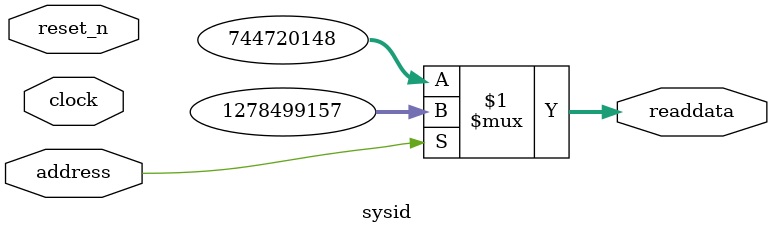
<source format=v>

`timescale 1ns / 1ps
// synthesis translate_on

// turn off superfluous verilog processor warnings 
// altera message_level Level1 
// altera message_off 10034 10035 10036 10037 10230 10240 10030 

module sysid (
               // inputs:
                address,
                clock,
                reset_n,

               // outputs:
                readdata
             )
;

  output  [ 31: 0] readdata;
  input            address;
  input            clock;
  input            reset_n;

  wire    [ 31: 0] readdata;
  //control_slave, which is an e_avalon_slave
  assign readdata = address ? 1278499157 : 744720148;

endmodule


</source>
